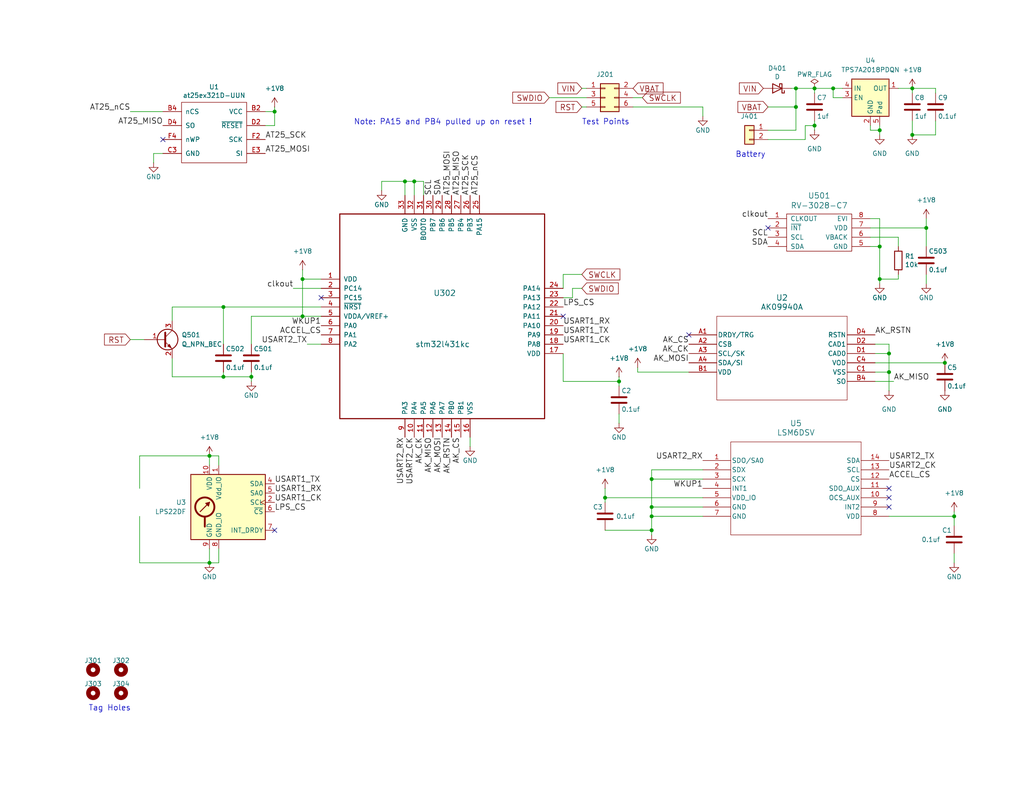
<source format=kicad_sch>
(kicad_sch (version 20231120) (generator "eeschema") (generator_version "8.0")
  (paper "USLetter")
  (title_block (title "IMU Tag") (date "2026-02-11") (company "IUCS") (comment 1 "Geoffrey Brown"))
  (lib_symbols
    (symbol "BitTagNG:RV-3028-C7-AccelTag" (pin_names (offset 1.016))
      (property "Reference" "U" (at 0 7.62 0))
      (property "Value" "RV-3028-C7-AccelTag" (at 1.27 -7.62 0))
      (symbol "RV-3028-C7-AccelTag_0_1"
        (rectangle (start -8.89 5.08) (end 8.89 -5.08))
      )
      (symbol "RV-3028-C7-AccelTag_1_1"
        (pin input line (at -13.97 3.81 0) (length 5.08) (name "CLKOUT") (number "1"))
        (pin input line (at -13.97 1.27 0) (length 5.08) (name "~{INT}") (number "2"))
        (pin input line (at -13.97 -1.27 0) (length 5.08) (name "SCL") (number "3"))
        (pin input line (at -13.97 -3.81 0) (length 5.08) (name "SDA") (number "4"))
        (pin power_out line (at 13.97 -3.81 180) (length 5.08) (name "GND") (number "5"))
        (pin input line (at 13.97 -1.27 180) (length 5.08) (name "VBACK") (number "6"))
        (pin input line (at 13.97 1.27 180) (length 5.08) (name "VDD") (number "7"))
        (pin input line (at 13.97 3.81 180) (length 5.08) (name "EVI") (number "8"))
      )
    )
    (symbol "BitTagNG:at25ex321D-UUN-AccelTag" (pin_names (offset 1.016))
      (property "Reference" "U" (at 0 7.62 0))
      (property "Value" "at25ex321D-UUN-AccelTag" (at -1.27 -12.7 0))
      (symbol "at25ex321D-UUN-AccelTag_0_1"
        (rectangle (start -8.89 -10.16) (end 8.89 6.35))
      )
      (symbol "at25ex321D-UUN-AccelTag_1_1"
        (pin no_connect line (at -12.7 -12.7 0) (length 5.08) hide (name "NC") (number "A1"))
        (pin no_connect line (at 12.7 -12.7 180) (length 5.08) hide (name "NC") (number "A5"))
        (pin power_in line (at 13.97 3.81 180) (length 5.08) (name "VCC") (number "B2"))
        (pin input line (at -13.97 3.81 0) (length 5.08) (name "nCS") (number "B4"))
        (pin input line (at -13.97 -7.62 0) (length 5.08) (name "GND") (number "C3"))
        (pin input line (at 13.97 0 180) (length 5.08) (name "~{RESET}") (number "D2"))
        (pin output line (at -13.97 0 0) (length 5.08) (name "SO") (number "D4"))
        (pin input line (at 13.97 -7.62 180) (length 5.08) (name "SI") (number "E3"))
        (pin input line (at 13.97 -3.81 180) (length 5.08) (name "SCK") (number "F2"))
        (pin input line (at -13.97 -3.81 0) (length 5.08) (name "nWP") (number "F4"))
        (pin no_connect line (at -12.7 -15.24 0) (length 5.08) hide (name "NC") (number "G1"))
        (pin no_connect line (at 12.7 -15.24 180) (length 5.08) hide (name "NC") (number "G5"))
      )
    )
    (symbol "BitTagNG:stm32l432-AccelTag" (pin_names (offset 1.016))
      (property "Reference" "U" (at 36.83 -3.81 0))
      (property "Value" "stm32l432-AccelTag" (at 59.69 -24.13 0))
      (symbol "stm32l432-AccelTag_1_1"
        (rectangle (start 5.08 17.78) (end 60.96 -38.1) (stroke (width 0.3048)))
        (pin power_in line (at 0 0 0) (length 5.08) (name "VDD") (number "1"))
        (pin bidirectional line (at 25.4 -43.18 90) (length 5.08) (name "PA4") (number "10"))
        (pin bidirectional line (at 27.94 -43.18 90) (length 5.08) (name "PA5") (number "11"))
        (pin bidirectional line (at 30.48 -43.18 90) (length 5.08) (name "PA6") (number "12"))
        (pin bidirectional line (at 33.02 -43.18 90) (length 5.08) (name "PA7") (number "13"))
        (pin bidirectional line (at 35.56 -43.18 90) (length 5.08) (name "PB0") (number "14"))
        (pin bidirectional line (at 38.1 -43.18 90) (length 5.08) (name "PB1") (number "15"))
        (pin input line (at 40.64 -43.18 90) (length 5.08) (name "VSS") (number "16"))
        (pin power_in line (at 66.04 -20.32 180) (length 5.08) (name "VDD") (number "17"))
        (pin bidirectional line (at 66.04 -17.78 180) (length 5.08) (name "PA8") (number "18"))
        (pin bidirectional line (at 66.04 -15.24 180) (length 5.08) (name "PA9") (number "19"))
        (pin bidirectional line (at 0 -2.54 0) (length 5.08) (name "PC14") (number "2"))
        (pin bidirectional line (at 66.04 -12.7 180) (length 5.08) (name "PA10") (number "20"))
        (pin bidirectional line (at 66.04 -10.16 180) (length 5.08) (name "PA11") (number "21"))
        (pin bidirectional line (at 66.04 -7.62 180) (length 5.08) (name "PA12") (number "22"))
        (pin bidirectional line (at 66.04 -5.08 180) (length 5.08) (name "PA13") (number "23"))
        (pin bidirectional line (at 66.04 -2.54 180) (length 5.08) (name "PA14") (number "24"))
        (pin bidirectional line (at 43.18 22.86 270) (length 5.08) (name "PA15") (number "25"))
        (pin bidirectional line (at 40.64 22.86 270) (length 5.08) (name "PB3") (number "26"))
        (pin bidirectional line (at 38.1 22.86 270) (length 5.08) (name "PB4") (number "27"))
        (pin bidirectional line (at 35.56 22.86 270) (length 5.08) (name "PB5") (number "28"))
        (pin bidirectional line (at 33.02 22.86 270) (length 5.08) (name "PB6") (number "29"))
        (pin bidirectional line (at 0 -5.08 0) (length 5.08) (name "PC15") (number "3"))
        (pin bidirectional line (at 30.48 22.86 270) (length 5.08) (name "PB7") (number "30"))
        (pin input line (at 27.94 22.86 270) (length 5.08) (name "BOOT0") (number "31"))
        (pin input line (at 25.4 22.86 270) (length 5.08) (name "VSS") (number "32"))
        (pin input line (at 22.86 22.86 270) (length 5.08) (name "GND") (number "33"))
        (pin bidirectional line (at 0 -7.62 0) (length 5.08) (name "~{NRST}") (number "4"))
        (pin power_in line (at 0 -10.16 0) (length 5.08) (name "VDDA/VREF+") (number "5"))
        (pin bidirectional line (at 0 -12.7 0) (length 5.08) (name "PA0") (number "6"))
        (pin bidirectional line (at 0 -15.24 0) (length 5.08) (name "PA1") (number "7"))
        (pin bidirectional line (at 0 -17.78 0) (length 5.08) (name "PA2") (number "8"))
        (pin bidirectional line (at 22.86 -43.18 90) (length 5.08) (name "PA3") (number "9"))
      )
    )
    (symbol "Connector_Generic:Conn_01x02" (pin_names (offset 1.016) hide)
      (property "Reference" "J" (at 0 2.54 0))
      (property "Value" "Conn_01x02" (at 0 -5.08 0))
      (symbol "Conn_01x02_1_1"
        (rectangle (start -1.27 -2.413) (end 0 -2.667) (stroke (width 0.1524)))
        (rectangle (start -1.27 0.127) (end 0 -0.127) (stroke (width 0.1524)))
        (rectangle (start -1.27 1.27) (end 1.27 -3.81) (stroke (width 0.254)) (fill (type background)))
        (pin passive line (at -5.08 0 0) (length 3.81) (name "Pin_1") (number "1"))
        (pin passive line (at -5.08 -2.54 0) (length 3.81) (name "Pin_2") (number "2"))
      )
    )
    (symbol "Connector_Generic:Conn_02x03_Odd_Even" (pin_names (offset 1.016) hide)
      (property "Reference" "J" (at 1.27 5.08 0))
      (property "Value" "Conn_02x03_Odd_Even" (at 1.27 -5.08 0))
      (symbol "Conn_02x03_Odd_Even_1_1"
        (rectangle (start -1.27 -2.413) (end 0 -2.667) (stroke (width 0.1524)))
        (rectangle (start -1.27 0.127) (end 0 -0.127) (stroke (width 0.1524)))
        (rectangle (start -1.27 2.667) (end 0 2.413) (stroke (width 0.1524)))
        (rectangle (start -1.27 3.81) (end 3.81 -3.81) (stroke (width 0.254)) (fill (type background)))
        (rectangle (start 3.81 -2.413) (end 2.54 -2.667) (stroke (width 0.1524)))
        (rectangle (start 3.81 0.127) (end 2.54 -0.127) (stroke (width 0.1524)))
        (rectangle (start 3.81 2.667) (end 2.54 2.413) (stroke (width 0.1524)))
        (pin passive line (at -5.08 2.54 0) (length 3.81) (name "Pin_1") (number "1"))
        (pin passive line (at 7.62 2.54 180) (length 3.81) (name "Pin_2") (number "2"))
        (pin passive line (at -5.08 0 0) (length 3.81) (name "Pin_3") (number "3"))
        (pin passive line (at 7.62 0 180) (length 3.81) (name "Pin_4") (number "4"))
        (pin passive line (at -5.08 -2.54 0) (length 3.81) (name "Pin_5") (number "5"))
        (pin passive line (at 7.62 -2.54 180) (length 3.81) (name "Pin_6") (number "6"))
      )
    )
    (symbol "Device:C" (pin_numbers hide) (pin_names (offset 0.254))
      (property "Reference" "C" (at 0.635 2.54 0))
      (property "Value" "C" (at 0.635 -2.54 0))
      (symbol "C_0_1"
        (polyline (pts (xy -2.032 -0.762) (xy 2.032 -0.762)) (stroke (width 0.508)))
        (polyline (pts (xy -2.032 0.762) (xy 2.032 0.762)) (stroke (width 0.508)))
      )
      (symbol "C_1_1"
        (pin passive line (at 0 3.81 270) (length 2.794) (name "~") (number "1"))
        (pin passive line (at 0 -3.81 90) (length 2.794) (name "~") (number "2"))
      )
    )
    (symbol "Device:D_Schottky" (pin_numbers hide) (pin_names (offset 1.016) hide)
      (property "Reference" "D" (at 0 2.54 0))
      (property "Value" "D_Schottky" (at 0 -2.54 0))
      (symbol "D_Schottky_0_1"
        (polyline (pts (xy 1.27 0) (xy -1.27 0)))
        (polyline (pts (xy 1.27 1.27) (xy 1.27 -1.27) (xy -1.27 0) (xy 1.27 1.27)) (stroke (width 0.254)))
        (polyline (pts (xy -1.905 0.635) (xy -1.905 1.27) (xy -1.27 1.27) (xy -1.27 -1.27) (xy -0.635 -1.27) (xy -0.635 -0.635)) (stroke (width 0.254)))
      )
      (symbol "D_Schottky_1_1"
        (pin passive line (at -3.81 0 0) (length 2.54) (name "K") (number "1"))
        (pin passive line (at 3.81 0 180) (length 2.54) (name "A") (number "2"))
      )
    )
    (symbol "Device:Q_NPN_BEC" (pin_names (offset 0) hide)
      (property "Reference" "Q" (at 5.08 1.27 0))
      (property "Value" "Q_NPN_BEC" (at 5.08 -1.27 0))
      (symbol "Q_NPN_BEC_0_1"
        (polyline (pts (xy 0.635 0.635) (xy 2.54 2.54)))
        (polyline (pts (xy 0.635 -0.635) (xy 2.54 -2.54) (xy 2.54 -2.54)))
        (polyline (pts (xy 0.635 1.905) (xy 0.635 -1.905) (xy 0.635 -1.905)) (stroke (width 0.508)))
        (polyline (pts (xy 1.27 -1.778) (xy 1.778 -1.27) (xy 2.286 -2.286) (xy 1.27 -1.778) (xy 1.27 -1.778)) (fill (type outline)))
        (circle (center 1.27 0) (radius 2.8194) (stroke (width 0.254)))
      )
      (symbol "Q_NPN_BEC_1_1"
        (pin input line (at -5.08 0 0) (length 5.715) (name "B") (number "1"))
        (pin passive line (at 2.54 -5.08 90) (length 2.54) (name "E") (number "2"))
        (pin passive line (at 2.54 5.08 270) (length 2.54) (name "C") (number "3"))
      )
    )
    (symbol "Device:R" (pin_numbers hide) (pin_names (offset 0))
      (property "Reference" "R" (at 2.032 0 90))
      (property "Value" "R" (at 0 0 90))
      (symbol "R_0_1"
        (rectangle (start -1.016 -2.54) (end 1.016 2.54) (stroke (width 0.254)))
      )
      (symbol "R_1_1"
        (pin passive line (at 0 3.81 270) (length 1.27) (name "~") (number "1"))
        (pin passive line (at 0 -3.81 90) (length 1.27) (name "~") (number "2"))
      )
    )
    (symbol "Mechanical:MountingHole" (pin_names (offset 1.016))
      (property "Reference" "H" (at 0 5.08 0))
      (property "Value" "MountingHole" (at 0 3.175 0))
      (symbol "MountingHole_0_1"
        (circle (center 0 0) (radius 1.27) (stroke (width 1.27)))
      )
    )
    (symbol "Regulator_Linear:TPS7A20xxxDQN"
      (property "Reference" "U" (at -3.81 6.35 0))
      (property "Value" "TPS7A20xxxDQN" (at 6.35 6.35 0))
      (symbol "TPS7A20xxxDQN_0_1"
        (rectangle (start -5.08 5.08) (end 5.08 -5.08) (stroke (width 0.254)) (fill (type background)))
        (pin power_out line (at 7.62 2.54 180) (length 2.54) (name "OUT") (number "1"))
        (pin power_in line (at 0 -7.62 90) (length 2.54) (name "GND") (number "2"))
        (pin input line (at -7.62 0 0) (length 2.54) (name "EN") (number "3"))
        (pin power_in line (at -7.62 2.54 0) (length 2.54) (name "IN") (number "4"))
      )
      (symbol "TPS7A20xxxDQN_1_1"
        (pin passive line (at 2.54 -7.62 90) (length 2.54) (name "Pad") (number "5"))
      )
    )
    (symbol "Sensor_Pressure:LPS22DF"
      (property "Reference" "U" (at -11.43 1.27 0))
      (property "Value" "LPS22DF" (at -11.176 -1.27 0))
      (symbol "LPS22DF_0_1"
        (rectangle (start -10.16 10.16) (end 10.16 -7.62) (stroke (width 0.254)) (fill (type background)))
        (circle (center -6.35 1.27) (radius 2.6162) (stroke (width 0.508)))
        (polyline (pts (xy -7.62 0) (xy -5.08 2.54)) (stroke (width 0.254)))
        (polyline (pts (xy -6.35 -1.524) (xy -6.35 -4.064)) (stroke (width 0.508)))
        (polyline (pts (xy -5.08 2.54) (xy -5.334 1.524) (xy -6.096 2.286) (xy -5.08 2.54)) (stroke (width 0.254)) (fill (type outline)))
      )
      (symbol "LPS22DF_1_1"
        (pin power_in line (at -2.54 12.7 270) (length 2.54) (name "Vdd_IO") (number "1"))
        (pin power_in line (at -5.08 12.7 270) (length 2.54) (name "VDD") (number "10"))
        (pin input clock (at 12.7 2.54 180) (length 2.54) (name "SCL") (number "2"))
        (pin passive line (at -5.08 -10.16 90) (length 2.54) hide (name "GND") (number "3"))
        (pin bidirectional line (at 12.7 7.62 180) (length 2.54) (name "SDA") (number "4"))
        (pin input line (at 12.7 5.08 180) (length 2.54) (name "SA0") (number "5"))
        (pin input line (at 12.7 0 180) (length 2.54) (name "~{CS}") (number "6"))
        (pin output line (at 12.7 -5.08 180) (length 2.54) (name "INT_DRDY") (number "7"))
        (pin power_in line (at -2.54 -10.16 90) (length 2.54) (name "GND_IO") (number "8"))
        (pin power_in line (at -5.08 -10.16 90) (length 2.54) (name "GND") (number "9"))
      )
    )
    (symbol "ak09940a:AK09940A" (pin_names (offset 0.254))
      (property "Reference" "U4" (at 25.4 10.16 0))
      (property "Value" "AK09940A" (at 25.4 7.62 0))
      (symbol "AK09940A_0_1"
        (polyline (pts (xy 7.62 -17.78) (xy 43.18 -17.78)) (stroke (width 0.127)))
        (polyline (pts (xy 7.62 5.08) (xy 7.62 -17.78)) (stroke (width 0.127)))
        (polyline (pts (xy 43.18 -17.78) (xy 43.18 5.08)) (stroke (width 0.127)))
        (polyline (pts (xy 43.18 5.08) (xy 7.62 5.08)) (stroke (width 0.127)))
        (pin bidirectional line (at 0 0 0) (length 7.62) (name "DRDY/TRG") (number "A1"))
        (pin input line (at 0 -2.54 0) (length 7.62) (name "CSB") (number "A2"))
        (pin input line (at 0 -5.08 0) (length 7.62) (name "SCL/SK") (number "A3"))
        (pin bidirectional line (at 0 -7.62 0) (length 7.62) (name "SDA/SI") (number "A4"))
        (pin output line (at 50.8 -12.7 180) (length 7.62) (name "SO") (number "B4"))
        (pin power_in line (at 50.8 -7.62 180) (length 7.62) (name "VOD") (number "C4"))
        (pin input line (at 50.8 -5.08 180) (length 7.62) (name "CAD0") (number "D1"))
        (pin input line (at 50.8 -2.54 180) (length 7.62) (name "CAD1") (number "D2"))
        (pin input line (at 50.8 0 180) (length 7.62) (name "RSTN") (number "D4"))
      )
      (symbol "AK09940A_1_1"
        (pin input line (at 0 -10.16 0) (length 7.62) (name "VDD") (number "B1"))
        (pin power_in line (at 50.8 -10.16 180) (length 7.62) (name "VSS") (number "C1"))
      )
    )
    (symbol "lsm6dsv:LSM6DSV" (pin_names (offset 0.254))
      (property "Reference" "U" (at 25.4 10.16 0))
      (property "Value" "LSM6DSV" (at 25.4 7.62 0))
      (symbol "LSM6DSV_0_1"
        (polyline (pts (xy 7.62 -20.32) (xy 43.18 -20.32)) (stroke (width 0.127)))
        (polyline (pts (xy 7.62 5.08) (xy 7.62 -20.32)) (stroke (width 0.127)))
        (polyline (pts (xy 43.18 -20.32) (xy 43.18 5.08)) (stroke (width 0.127)))
        (polyline (pts (xy 43.18 5.08) (xy 7.62 5.08)) (stroke (width 0.127)))
        (pin bidirectional line (at 0 0 0) (length 7.62) (name "SDO/SA0") (number "1"))
        (pin passive line (at 50.8 -10.16 180) (length 7.62) (name "OCS_AUX") (number "10"))
        (pin passive line (at 50.8 -7.62 180) (length 7.62) (name "SDO_AUX") (number "11"))
        (pin input line (at 50.8 -5.08 180) (length 7.62) (name "CS") (number "12"))
        (pin bidirectional line (at 50.8 -2.54 180) (length 7.62) (name "SCL") (number "13"))
        (pin bidirectional line (at 50.8 0 180) (length 7.62) (name "SDA") (number "14"))
        (pin passive line (at 0 -2.54 0) (length 7.62) (name "SDX") (number "2"))
        (pin passive line (at 0 -5.08 0) (length 7.62) (name "SCX") (number "3"))
        (pin bidirectional line (at 0 -7.62 0) (length 7.62) (name "INT1") (number "4"))
        (pin power_in line (at 0 -10.16 0) (length 7.62) (name "VDD_IO") (number "5"))
        (pin power_in line (at 0 -12.7 0) (length 7.62) (name "GND") (number "6"))
        (pin power_in line (at 0 -15.24 0) (length 7.62) (name "GND") (number "7"))
        (pin power_in line (at 50.8 -15.24 180) (length 7.62) (name "VDD") (number "8"))
        (pin bidirectional line (at 50.8 -12.7 180) (length 7.62) (name "INT2") (number "9"))
      )
    )
    (symbol "power:+1V8" (power) (pin_numbers hide) (pin_names (offset 0) hide)
      (property "Value" "+1V8" (at 0 3.556 0))
      (symbol "+1V8_0_1"
        (polyline (pts (xy -0.762 1.27) (xy 0 2.54)))
        (polyline (pts (xy 0 0) (xy 0 2.54)))
        (polyline (pts (xy 0 2.54) (xy 0.762 1.27)))
      )
      (symbol "+1V8_1_1"
        (pin power_in line (at 0 0 90) (length 0) (name "~") (number "1"))
      )
    )
    (symbol "power:GND" (power) (pin_numbers hide) (pin_names (offset 0) hide)
      (property "Value" "GND" (at 0 -3.81 0))
      (symbol "GND_0_1"
        (polyline (pts (xy 0 0) (xy 0 -1.27) (xy 1.27 -1.27) (xy 0 -2.54) (xy -1.27 -1.27) (xy 0 -1.27)))
      )
      (symbol "GND_1_1"
        (pin power_in line (at 0 0 270) (length 0) (name "~") (number "1"))
      )
    )
    (symbol "power:PWR_FLAG" (power) (pin_numbers hide) (pin_names (offset 0) hide)
      (property "Value" "PWR_FLAG" (at 0 3.81 0))
      (symbol "PWR_FLAG_0_0"
        (pin power_out line (at 0 0 90) (length 0) (name "~") (number "1"))
      )
      (symbol "PWR_FLAG_0_1"
        (polyline (pts (xy 0 0) (xy 0 1.27) (xy -1.016 1.905) (xy 0 2.54) (xy 1.016 1.905) (xy 0 1.27)))
      )
    )
  )
  (junction (at 248.92 24.13))
  (junction (at 57.15 124.46))
  (junction (at 60.96 102.87))
  (junction (at 177.8 140.97))
  (junction (at 222.25 24.13))
  (junction (at 165.1 135.89))
  (junction (at 177.8 144.78))
  (junction (at 252.73 62.23))
  (junction (at 248.92 36.83))
  (junction (at 227.33 24.13))
  (junction (at 82.55 86.36))
  (junction (at 110.49 49.53))
  (junction (at 57.15 153.67))
  (junction (at 68.58 102.87))
  (junction (at 177.8 130.81))
  (junction (at 222.25 34.29))
  (junction (at 240.03 35.56))
  (junction (at 60.96 83.82))
  (junction (at 217.17 29.21))
  (junction (at 242.57 101.6))
  (junction (at 257.81 99.06))
  (junction (at 240.03 76.2))
  (junction (at 242.57 96.52))
  (junction (at 113.03 49.53))
  (junction (at 260.35 140.97))
  (junction (at 240.03 67.31))
  (junction (at 217.17 24.13))
  (junction (at 82.55 76.2))
  (junction (at 168.91 104.14))
  (junction (at 177.8 138.43))
  (junction (at 74.93 30.48))
  (no_connect (at 44.45 38.1))
  (no_connect (at 242.57 135.89))
  (no_connect (at 187.96 91.44))
  (no_connect (at 153.67 86.36))
  (no_connect (at 74.93 144.78))
  (no_connect (at 242.57 138.43))
  (no_connect (at 87.63 81.28))
  (no_connect (at 209.55 62.23))
  (no_connect (at 242.57 133.35))
  (wire (pts (xy 209.55 38.1) (xy 219.71 38.1)))
  (wire (pts (xy 177.8 140.97) (xy 177.8 144.78)))
  (wire (pts (xy 242.57 140.97) (xy 260.35 140.97)))
  (wire (pts (xy 237.49 59.69) (xy 240.03 59.69)))
  (wire (pts (xy 153.67 104.14) (xy 168.91 104.14)))
  (wire (pts (xy 68.58 93.98) (xy 68.58 86.36)))
  (wire (pts (xy 38.1 140.97) (xy 38.1 153.67)))
  (wire (pts (xy 191.77 29.21) (xy 191.77 31.75)))
  (wire (pts (xy 57.15 153.67) (xy 59.69 153.67)))
  (wire (pts (xy 238.76 104.14) (xy 243.84 104.14)))
  (wire (pts (xy 104.14 49.53) (xy 110.49 49.53)))
  (wire (pts (xy 242.57 101.6) (xy 242.57 106.68)))
  (wire (pts (xy 158.75 24.13) (xy 160.02 24.13)))
  (wire (pts (xy 177.8 138.43) (xy 177.8 140.97)))
  (wire (pts (xy 128.27 119.38) (xy 128.27 121.92)))
  (wire (pts (xy 227.33 26.67) (xy 227.33 24.13)))
  (wire (pts (xy 222.25 24.13) (xy 227.33 24.13)))
  (wire (pts (xy 227.33 24.13) (xy 229.87 24.13)))
  (wire (pts (xy 260.35 140.97) (xy 260.35 143.51)))
  (wire (pts (xy 104.14 52.07) (xy 104.14 49.53)))
  (wire (pts (xy 255.27 36.83) (xy 248.92 36.83)))
  (wire (pts (xy 46.99 83.82) (xy 60.96 83.82)))
  (wire (pts (xy 248.92 24.13) (xy 248.92 25.4)))
  (wire (pts (xy 57.15 124.46) (xy 57.15 127)))
  (wire (pts (xy 82.55 86.36) (xy 87.63 86.36)))
  (wire (pts (xy 173.99 100.33) (xy 173.99 101.6)))
  (wire (pts (xy 209.55 29.21) (xy 217.17 29.21)))
  (wire (pts (xy 59.69 153.67) (xy 59.69 149.86)))
  (wire (pts (xy 153.67 78.74) (xy 153.67 74.93)))
  (wire (pts (xy 260.35 151.13) (xy 260.35 153.67)))
  (wire (pts (xy 248.92 24.13) (xy 255.27 24.13)))
  (wire (pts (xy 82.55 86.36) (xy 68.58 86.36)))
  (wire (pts (xy 60.96 101.6) (xy 60.96 102.87)))
  (wire (pts (xy 209.55 35.56) (xy 217.17 35.56)))
  (wire (pts (xy 177.8 128.27) (xy 177.8 130.81)))
  (wire (pts (xy 168.91 102.87) (xy 168.91 104.14)))
  (wire (pts (xy 177.8 140.97) (xy 191.77 140.97)))
  (wire (pts (xy 68.58 101.6) (xy 68.58 102.87)))
  (wire (pts (xy 68.58 102.87) (xy 68.58 104.14)))
  (wire (pts (xy 219.71 38.1) (xy 219.71 34.29)))
  (wire (pts (xy 72.39 30.48) (xy 74.93 30.48)))
  (wire (pts (xy 165.1 135.89) (xy 165.1 137.16)))
  (wire (pts (xy 113.03 49.53) (xy 113.03 53.34)))
  (wire (pts (xy 46.99 102.87) (xy 60.96 102.87)))
  (wire (pts (xy 38.1 133.35) (xy 38.1 124.46)))
  (wire (pts (xy 82.55 73.66) (xy 82.55 76.2)))
  (wire (pts (xy 153.67 74.93) (xy 158.75 74.93)))
  (wire (pts (xy 82.55 76.2) (xy 87.63 76.2)))
  (wire (pts (xy 60.96 83.82) (xy 60.96 93.98)))
  (wire (pts (xy 177.8 138.43) (xy 191.77 138.43)))
  (wire (pts (xy 240.03 67.31) (xy 240.03 76.2)))
  (wire (pts (xy 238.76 99.06) (xy 257.81 99.06)))
  (wire (pts (xy 260.35 139.7) (xy 260.35 140.97)))
  (wire (pts (xy 245.11 24.13) (xy 248.92 24.13)))
  (wire (pts (xy 57.15 149.86) (xy 57.15 153.67)))
  (wire (pts (xy 222.25 33.02) (xy 222.25 34.29)))
  (wire (pts (xy 237.49 64.77) (xy 245.11 64.77)))
  (wire (pts (xy 240.03 34.29) (xy 240.03 35.56)))
  (wire (pts (xy 177.8 130.81) (xy 177.8 138.43)))
  (wire (pts (xy 113.03 49.53) (xy 115.57 49.53)))
  (wire (pts (xy 238.76 93.98) (xy 242.57 93.98)))
  (wire (pts (xy 252.73 74.93) (xy 252.73 77.47)))
  (wire (pts (xy 172.72 29.21) (xy 191.77 29.21)))
  (wire (pts (xy 238.76 101.6) (xy 242.57 101.6)))
  (wire (pts (xy 80.01 78.74) (xy 87.63 78.74)))
  (wire (pts (xy 177.8 144.78) (xy 177.8 146.05)))
  (wire (pts (xy 219.71 34.29) (xy 222.25 34.29)))
  (wire (pts (xy 165.1 133.35) (xy 165.1 135.89)))
  (wire (pts (xy 46.99 87.63) (xy 46.99 83.82)))
  (wire (pts (xy 173.99 101.6) (xy 187.96 101.6)))
  (wire (pts (xy 252.73 62.23) (xy 252.73 67.31)))
  (wire (pts (xy 229.87 26.67) (xy 227.33 26.67)))
  (wire (pts (xy 255.27 24.13) (xy 255.27 25.4)))
  (wire (pts (xy 38.1 153.67) (xy 57.15 153.67)))
  (wire (pts (xy 74.93 34.29) (xy 74.93 30.48)))
  (wire (pts (xy 240.03 76.2) (xy 240.03 77.47)))
  (wire (pts (xy 156.21 78.74) (xy 158.75 78.74)))
  (wire (pts (xy 153.67 96.52) (xy 153.67 104.14)))
  (wire (pts (xy 255.27 33.02) (xy 255.27 36.83)))
  (wire (pts (xy 217.17 29.21) (xy 217.17 24.13)))
  (wire (pts (xy 156.21 81.28) (xy 156.21 78.74)))
  (wire (pts (xy 158.75 29.21) (xy 160.02 29.21)))
  (wire (pts (xy 165.1 144.78) (xy 177.8 144.78)))
  (wire (pts (xy 149.86 26.67) (xy 160.02 26.67)))
  (wire (pts (xy 72.39 34.29) (xy 74.93 34.29)))
  (wire (pts (xy 38.1 124.46) (xy 57.15 124.46)))
  (wire (pts (xy 191.77 135.89) (xy 165.1 135.89)))
  (wire (pts (xy 215.9 24.13) (xy 217.17 24.13)))
  (wire (pts (xy 240.03 35.56) (xy 240.03 36.83)))
  (wire (pts (xy 35.56 92.71) (xy 39.37 92.71)))
  (wire (pts (xy 217.17 35.56) (xy 217.17 29.21)))
  (wire (pts (xy 60.96 102.87) (xy 68.58 102.87)))
  (wire (pts (xy 115.57 49.53) (xy 115.57 53.34)))
  (wire (pts (xy 110.49 49.53) (xy 110.49 53.34)))
  (wire (pts (xy 168.91 104.14) (xy 168.91 105.41)))
  (wire (pts (xy 82.55 76.2) (xy 82.55 86.36)))
  (wire (pts (xy 217.17 24.13) (xy 222.25 24.13)))
  (wire (pts (xy 240.03 59.69) (xy 240.03 67.31)))
  (wire (pts (xy 222.25 34.29) (xy 222.25 35.56)))
  (wire (pts (xy 191.77 128.27) (xy 177.8 128.27)))
  (wire (pts (xy 237.49 67.31) (xy 240.03 67.31)))
  (wire (pts (xy 57.15 124.46) (xy 59.69 124.46)))
  (wire (pts (xy 41.91 41.91) (xy 41.91 44.45)))
  (wire (pts (xy 237.49 34.29) (xy 237.49 35.56)))
  (wire (pts (xy 46.99 97.79) (xy 46.99 102.87)))
  (wire (pts (xy 110.49 49.53) (xy 113.03 49.53)))
  (wire (pts (xy 74.93 30.48) (xy 74.93 29.21)))
  (wire (pts (xy 222.25 24.13) (xy 222.25 25.4)))
  (wire (pts (xy 238.76 96.52) (xy 242.57 96.52)))
  (wire (pts (xy 237.49 62.23) (xy 252.73 62.23)))
  (wire (pts (xy 44.45 41.91) (xy 41.91 41.91)))
  (wire (pts (xy 83.82 93.98) (xy 87.63 93.98)))
  (wire (pts (xy 153.67 81.28) (xy 156.21 81.28)))
  (wire (pts (xy 172.72 26.67) (xy 175.26 26.67)))
  (wire (pts (xy 242.57 93.98) (xy 242.57 96.52)))
  (wire (pts (xy 59.69 124.46) (xy 59.69 127)))
  (wire (pts (xy 245.11 64.77) (xy 245.11 67.31)))
  (wire (pts (xy 35.56 30.48) (xy 44.45 30.48)))
  (wire (pts (xy 177.8 130.81) (xy 191.77 130.81)))
  (wire (pts (xy 248.92 33.02) (xy 248.92 36.83)))
  (wire (pts (xy 245.11 74.93) (xy 245.11 76.2)))
  (wire (pts (xy 87.63 83.82) (xy 60.96 83.82)))
  (wire (pts (xy 245.11 76.2) (xy 240.03 76.2)))
  (wire (pts (xy 242.57 96.52) (xy 242.57 101.6)))
  (wire (pts (xy 237.49 35.56) (xy 240.03 35.56)))
  (wire (pts (xy 252.73 59.69) (xy 252.73 62.23)))
  (wire (pts (xy 168.91 113.03) (xy 168.91 115.57)))
  (text "Note: PA15 and PB4 pulled up on reset !" (at 96.52 34.29 0) (effects (font (size 1.524 1.524)) (justify left bottom)))
  (text "Tag Holes" (at 24.13 194.31 0) (effects (font (size 1.524 1.524)) (justify left bottom)))
  (text "Test Points" (at 158.75 34.29 0) (effects (font (size 1.524 1.524)) (justify left bottom)))
  (text "Battery" (at 200.66 43.18 0) (effects (font (size 1.524 1.524)) (justify left bottom)))
  (label "USART1_CK" (at 153.67 93.98 0) (effects (font (size 1.524 1.524))))
  (label "USART1_TX" (at 153.67 91.44 0) (effects (font (size 1.524 1.524))))
  (label "USART2_CK" (at 113.03 119.38 270) (effects (font (size 1.524 1.524))))
  (label "SDA" (at 120.65 53.34 90) (effects (font (size 1.524 1.524))))
  (label "LPS_CS" (at 74.93 139.7 0) (effects (font (size 1.524 1.524))))
  (label "SDA" (at 209.55 67.31 180) (effects (font (size 1.524 1.524))))
  (label "AT25_SCK" (at 72.39 38.1 0) (effects (font (size 1.524 1.524))))
  (label "AK_RSTN" (at 123.19 119.38 270) (effects (font (size 1.524 1.524))))
  (label "USART1_CK" (at 74.93 137.16 0) (effects (font (size 1.524 1.524))))
  (label "clkout" (at 209.55 59.69 180) (effects (font (size 1.524 1.524))))
  (label "USART1_RX" (at 153.67 88.9 0) (effects (font (size 1.524 1.524))))
  (label "WKUP1" (at 87.63 88.9 180) (effects (font (size 1.524 1.524))))
  (label "AK_MISO" (at 118.11 119.38 270) (effects (font (size 1.524 1.524))))
  (label "USART2_RX" (at 191.77 125.73 180) (effects (font (size 1.524 1.524))))
  (label "AK_CS" (at 187.96 93.98 180) (effects (font (size 1.524 1.524))))
  (label "clkout" (at 80.01 78.74 180) (effects (font (size 1.524 1.524))))
  (label "ACCEL_CS" (at 87.63 91.44 180) (effects (font (size 1.524 1.524))))
  (label "WKUP1" (at 191.77 133.35 180) (effects (font (size 1.524 1.524))))
  (label "AT25_MOSI" (at 123.19 53.34 90) (effects (font (size 1.524 1.524))))
  (label "AT25_nCS" (at 35.56 30.48 180) (effects (font (size 1.524 1.524))))
  (label "AT25_MOSI" (at 72.39 41.91 0) (effects (font (size 1.524 1.524))))
  (label "AT25_nCS" (at 130.81 53.34 90) (effects (font (size 1.524 1.524))))
  (label "USART2_CK" (at 242.57 128.27 0) (effects (font (size 1.524 1.524))))
  (label "USART2_TX" (at 83.82 93.98 180) (effects (font (size 1.524 1.524))))
  (label "AK_CK" (at 115.57 119.38 270) (effects (font (size 1.524 1.524))))
  (label "AK_CS" (at 125.73 119.38 270) (effects (font (size 1.524 1.524))))
  (label "AT25_MISO" (at 125.73 53.34 90) (effects (font (size 1.524 1.524))))
  (label "AK_CK" (at 187.96 96.52 180) (effects (font (size 1.524 1.524))))
  (label "USART1_TX" (at 74.93 132.08 0) (effects (font (size 1.524 1.524))))
  (label "ACCEL_CS" (at 242.57 130.81 0) (effects (font (size 1.524 1.524))))
  (label "SCL" (at 118.11 53.34 90) (effects (font (size 1.524 1.524))))
  (label "LPS_CS" (at 153.67 83.82 0) (effects (font (size 1.524 1.524))))
  (label "AT25_SCK" (at 128.27 53.34 90) (effects (font (size 1.524 1.524))))
  (label "AT25_MISO" (at 44.45 34.29 180) (effects (font (size 1.524 1.524))))
  (label "AK_RSTN" (at 238.76 91.44 0) (effects (font (size 1.524 1.524))))
  (label "AK_MOSI" (at 187.96 99.06 180) (effects (font (size 1.524 1.524))))
  (label "SCL" (at 209.55 64.77 180) (effects (font (size 1.524 1.524))))
  (label "USART2_RX" (at 110.49 119.38 270) (effects (font (size 1.524 1.524))))
  (label "AK_MOSI" (at 120.65 119.38 270) (effects (font (size 1.524 1.524))))
  (label "AK_MISO" (at 243.84 104.14 0) (effects (font (size 1.524 1.524))))
  (label "USART1_RX" (at 74.93 134.62 0) (effects (font (size 1.524 1.524))))
  (label "USART2_TX" (at 242.57 125.73 0) (effects (font (size 1.524 1.524))))
  (global_label "SWCLK" (shape input) (at 175.26 26.67 0) (effects (font (size 1.524 1.524))) (property "Intersheetrefs" "${INTERSHEET_REFS}" (effects (hide yes))))
  (global_label "VBAT" (shape input) (at 209.55 29.21 180) (effects (font (size 1.524 1.524))) (property "Intersheetrefs" "${INTERSHEET_REFS}" (effects (hide yes))))
  (global_label "SWDIO" (shape input) (at 158.75 78.74 0) (effects (font (size 1.524 1.524))) (property "Intersheetrefs" "${INTERSHEET_REFS}" (effects (hide yes))))
  (global_label "VBAT" (shape input) (at 172.72 24.13 0) (effects (font (size 1.524 1.524))) (property "Intersheetrefs" "${INTERSHEET_REFS}" (effects (hide yes))))
  (global_label "VIN" (shape input) (at 208.28 24.13 180) (effects (font (size 1.524 1.524))) (property "Intersheetrefs" "${INTERSHEET_REFS}" (effects (hide yes))))
  (global_label "VIN" (shape input) (at 158.75 24.13 180) (effects (font (size 1.524 1.524))) (property "Intersheetrefs" "${INTERSHEET_REFS}" (effects (hide yes))))
  (global_label "SWCLK" (shape input) (at 158.75 74.93 0) (effects (font (size 1.524 1.524))) (property "Intersheetrefs" "${INTERSHEET_REFS}" (effects (hide yes))))
  (global_label "SWDIO" (shape input) (at 149.86 26.67 180) (effects (font (size 1.524 1.524))) (property "Intersheetrefs" "${INTERSHEET_REFS}" (effects (hide yes))))
  (global_label "RST" (shape input) (at 35.56 92.71 180) (effects (font (size 1.524 1.524))) (property "Intersheetrefs" "${INTERSHEET_REFS}" (effects (hide yes))))
  (global_label "RST" (shape input) (at 158.75 29.21 180) (effects (font (size 1.524 1.524))) (property "Intersheetrefs" "${INTERSHEET_REFS}" (effects (hide yes))))
  (symbol (lib_id "BitTagNG:stm32l432-AccelTag") (at 87.63 76.2 0) (unit 1)
    (property "Reference" "U302" (at 124.46 80.01 0) (effects (font (size 1.524 1.524)) (justify right)))
    (property "Value" "stm32l431kc" (at 128.27 93.98 0) (effects (font (size 1.524 1.524)) (justify right)))
    (property "Footprint" "Package_DFN_QFN:QFN-32-1EP_5x5mm_P0.5mm_EP3.45x3.45mm" (effects (hide yes)))
    (property "MFN" "STMicroelectronics" (effects (hide yes)))
    (property "DISTPN" "497-16578-ND" (effects (hide yes)))
    (property "MPN" "STM32L432KCU6" (effects (hide yes)))
    (property "LCSC" "C1337280" (effects (hide yes)))
  )
  (symbol (lib_id "Device:C") (at 60.96 97.79 0) (unit 1)
    (property "Reference" "C502" (at 61.595 95.25 0) (effects (justify left)))
    (property "Value" "0.1uf" (at 61.595 100.33 0) (effects (justify left)))
    (property "Footprint" "Capacitor_SMD:C_0201_0603Metric" (effects (hide yes)))
    (property "MFN" "Murata" (effects (hide yes)))
    (property "MPN" "C181047" (effects (hide yes)))
    (property "DISTPN" "490-10403-1-ND" (effects (hide yes)))
    (property "LCSC" "C181047" (effects (hide yes)))
  )
  (symbol (lib_id "Device:C") (at 68.58 97.79 0) (unit 1)
    (property "Reference" "C501" (at 69.215 95.25 0) (effects (justify left)))
    (property "Value" "0.1uf" (at 69.215 100.33 0) (effects (justify left)))
    (property "Footprint" "Capacitor_SMD:C_0201_0603Metric" (effects (hide yes)))
    (property "MFN" "Murata" (effects (hide yes)))
    (property "MPN" "C181047" (effects (hide yes)))
    (property "DISTPN" "490-10403-1-ND" (effects (hide yes)))
    (property "LCSC" "C181047" (effects (hide yes)))
  )
  (symbol (lib_id "Device:Q_NPN_BEC") (at 44.45 92.71 0) (unit 1)
    (property "Reference" "Q501" (at 49.53 91.44 0) (effects (justify left)))
    (property "Value" "Q_NPN_BEC" (at 49.53 93.98 0) (effects (justify left)))
    (property "Footprint" "Package_TO_SOT_SMD:SOT-883" (effects (hide yes)))
    (property "MFN" "Nexperia" (effects (hide yes)))
    (property "MPN" "BC847AMB,315" (effects (hide yes)))
    (property "DISTPN" "1727-2632-1-ND" (effects (hide yes)))
    (property "LCSC" "C686658" (effects (hide yes)))
  )
  (symbol (lib_id "Device:C") (at 252.73 71.12 0) (unit 1)
    (property "Reference" "C503" (at 253.365 68.58 0) (effects (justify left)))
    (property "Value" "0.1uf" (at 253.365 73.66 0) (effects (justify left)))
    (property "Footprint" "Capacitor_SMD:C_0201_0603Metric" (effects (hide yes)))
    (property "MFN" "Murata" (effects (hide yes)))
    (property "MPN" "C181047" (effects (hide yes)))
    (property "DISTPN" "490-10403-1-ND" (effects (hide yes)))
    (property "LCSC" "C181047" (effects (hide yes)))
  )
  (symbol (lib_id "Mechanical:MountingHole") (at 25.4 182.88 0) (unit 1) (in_bom no)
    (property "Reference" "J301" (at 25.4 180.34 0))
    (property "Value" "Conn_01x01" (effects (hide yes)))
    (property "Footprint" "AccelTag:taghole1.1mm" (effects (hide yes)))
    (property "Populate" "No" (effects (hide yes)))
    (property "Config" "DNF" (effects (hide yes)))
    (property "DNP" "1" (effects (hide yes)))
  )
  (symbol (lib_id "Connector_Generic:Conn_02x03_Odd_Even") (at 165.1 26.67 0) (unit 1) (in_bom no)
    (property "Reference" "J201" (at 165.1 20.32 0))
    (property "Value" "CONN_02X04" (effects (hide yes)))
    (property "Footprint" "AccelTag:tagpoints6" (effects (hide yes)))
    (property "Populate" "No" (effects (hide yes)))
    (property "Config" "DNF" (effects (hide yes)))
    (property "DNP" "1" (effects (hide yes)))
  )
  (symbol (lib_id "power:GND") (at 41.91 44.45 0) (unit 1)
    (property "Reference" "#PWR0102" (effects (hide yes)))
    (property "Value" "GND" (at 41.91 48.26 0))
    (property "Description" "Power symbol creates a global label with name \"GND\" , ground" (effects (hide yes)))
  )
  (symbol (lib_id "power:GND") (at 68.58 104.14 0) (unit 1)
    (property "Reference" "#PWR0109" (effects (hide yes)))
    (property "Value" "GND" (at 68.58 107.95 0))
    (property "Description" "Power symbol creates a global label with name \"GND\" , ground" (effects (hide yes)))
  )
  (symbol (lib_id "power:GND") (at 128.27 121.92 0) (unit 1)
    (property "Reference" "#PWR0103" (effects (hide yes)))
    (property "Value" "GND" (at 128.27 125.73 0))
    (property "Description" "Power symbol creates a global label with name \"GND\" , ground" (effects (hide yes)))
  )
  (symbol (lib_id "power:GND") (at 104.14 52.07 0) (unit 1)
    (property "Reference" "#PWR0110" (effects (hide yes)))
    (property "Value" "GND" (at 104.14 55.88 0))
    (property "Description" "Power symbol creates a global label with name \"GND\" , ground" (effects (hide yes)))
  )
  (symbol (lib_id "Mechanical:MountingHole") (at 33.02 182.88 0) (unit 1) (in_bom no)
    (property "Reference" "J302" (at 33.02 180.34 0))
    (property "Value" "Conn_01x01" (effects (hide yes)))
    (property "Footprint" "AccelTag:taghole1.1mm" (effects (hide yes)))
    (property "Populate" "No" (effects (hide yes)))
    (property "Config" "DNF" (effects (hide yes)))
    (property "DNP" "1" (effects (hide yes)))
  )
  (symbol (lib_id "Mechanical:MountingHole") (at 25.4 189.23 0) (unit 1) (in_bom no)
    (property "Reference" "J303" (at 25.4 186.69 0))
    (property "Value" "Conn_01x01" (effects (hide yes)))
    (property "Footprint" "AccelTag:taghole1.1mm" (effects (hide yes)))
    (property "Populate" "No" (effects (hide yes)))
    (property "Config" "DNF" (effects (hide yes)))
    (property "DNP" "1" (effects (hide yes)))
  )
  (symbol (lib_id "Mechanical:MountingHole") (at 33.02 189.23 0) (unit 1) (in_bom no)
    (property "Reference" "J304" (at 33.02 186.69 0))
    (property "Value" "Conn_01x01" (effects (hide yes)))
    (property "Footprint" "AccelTag:taghole1.1mm" (effects (hide yes)))
    (property "Populate" "No" (effects (hide yes)))
    (property "Config" "DNF" (effects (hide yes)))
    (property "DNP" "1" (effects (hide yes)))
  )
  (symbol (lib_id "power:GND") (at 191.77 31.75 0) (unit 1)
    (property "Reference" "#PWR0111" (effects (hide yes)))
    (property "Value" "GND" (at 191.77 35.56 0))
    (property "Description" "Power symbol creates a global label with name \"GND\" , ground" (effects (hide yes)))
  )
  (symbol (lib_id "power:GND") (at 252.73 77.47 0) (unit 1)
    (property "Reference" "#PWR0113" (effects (hide yes)))
    (property "Value" "GND" (at 252.73 81.28 0))
    (property "Description" "Power symbol creates a global label with name \"GND\" , ground" (effects (hide yes)))
  )
  (symbol (lib_id "power:PWR_FLAG") (at 222.25 24.13 0) (unit 1)
    (property "Reference" "#FLG0102" (effects (hide yes)))
    (property "Value" "PWR_FLAG" (at 222.25 20.32 0))
    (property "Description" "Special symbol for telling ERC where power comes from" (effects (hide yes)))
  )
  (symbol (lib_id "Connector_Generic:Conn_01x02") (at 204.47 35.56 0) (mirror y) (unit 1) (in_bom no)
    (property "Reference" "J401" (at 204.47 31.75 0))
    (property "Value" "CONN_01X02" (effects (hide yes)))
    (property "Footprint" "AccelTag:MS621" (effects (hide yes)))
    (property "Populate" "No" (effects (hide yes)))
    (property "Config" "DNF" (effects (hide yes)))
    (property "DNP" "1" (effects (hide yes)))
  )
  (symbol (lib_id "Device:D_Schottky") (at 212.09 24.13 180) (unit 1)
    (property "Reference" "D401" (at 212.09 18.6436 0))
    (property "Value" "D" (at 212.09 20.955 0))
    (property "Footprint" "Diode_SMD:D_0402_1005Metric" (effects (hide yes)))
    (property "MFN" "COMCHIP" (effects (hide yes)))
    (property "MPN" "CDBQC0130L-HF" (effects (hide yes)))
    (property "DISTPN" "641-1519-1-ND" (effects (hide yes)))
    (property "LCSC" "C2886012" (effects (hide yes)))
  )
  (symbol (lib_id "BitTagNG:RV-3028-C7-AccelTag") (at 223.52 63.5 0) (unit 1)
    (property "Reference" "U501" (at 223.52 53.4162 0) (effects (font (size 1.524 1.524))))
    (property "Value" "RV-3028-C7" (at 223.52 56.1086 0) (effects (font (size 1.524 1.524))))
    (property "Footprint" "AccelTag:RV-8803-C7" (effects (hide yes)))
    (property "DISTPN" "2195-RV-3028-C732.768KHZ1PPM-TA-QACT-ND" (effects (hide yes)))
    (property "MFN" "Micro Crystal" (effects (hide yes)))
    (property "MPN" "RV-3028-C7 32.768KHZ 1PPM-TA-QA" (effects (hide yes)))
    (property "LCSC" "C3019759" (effects (hide yes)))
  )
  (symbol (lib_id "Device:R") (at 245.11 71.12 0) (unit 1)
    (property "Reference" "R1" (at 246.888 69.9516 0) (effects (justify left)))
    (property "Value" "10k" (at 246.888 72.263 0) (effects (justify left)))
    (property "Footprint" "Resistor_SMD:R_0201_0603Metric" (effects (hide yes)))
    (property "DISTPN" "311-10.0KMCT-ND" (effects (hide yes)))
    (property "MFN" "Yaego" (effects (hide yes)))
    (property "MPN" "RC0201FR-0710KL" (effects (hide yes)))
    (property "Macrofab" "MF-RES-0402-10K" (effects (hide yes)))
    (property "LCSC" "C106225" (effects (hide yes)))
  )
  (symbol (lib_id "BitTagNG:at25ex321D-UUN-AccelTag") (at 58.42 34.29 0) (unit 1)
    (property "Reference" "U1" (at 58.42 23.749 0))
    (property "Value" "at25ex321D-UUN" (at 58.42 26.0604 0))
    (property "Footprint" "AccelTag:adesto_wlcsp12" (effects (hide yes)))
    (property "DISTPN" "724-AT25FF321A-UUN-T" (effects (hide yes)))
    (property "MFN" "adesto" (effects (hide yes)))
    (property "MPN" "AT25FF321A-UUN-T" (effects (hide yes)))
    (property "LCSC" "C1858339" (effects (hide yes)))
  )
  (symbol (lib_id "Device:C") (at 260.35 147.32 0) (mirror y) (unit 1)
    (property "Reference" "C1" (at 259.715 144.78 0) (effects (justify left)))
    (property "Value" "0.1uf" (at 256.54 147.32 0) (effects (justify left)))
    (property "Footprint" "Capacitor_SMD:C_0201_0603Metric" (effects (hide yes)))
    (property "MFN" "Murata" (effects (hide yes)))
    (property "DISTPN" "490-10403-1-ND" (effects (hide yes)))
    (property "MPN" "C181047" (effects (hide yes)))
    (property "LCSC" "C181047" (effects (hide yes)))
  )
  (symbol (lib_id "Device:C") (at 168.91 109.22 0) (unit 1)
    (property "Reference" "C2" (at 169.545 106.68 0) (effects (justify left)))
    (property "Value" "0.1uf" (at 169.545 111.76 0) (effects (justify left)))
    (property "Footprint" "Capacitor_SMD:C_0201_0603Metric" (effects (hide yes)))
    (property "MFN" "murata" (effects (hide yes)))
    (property "MPN" "GRM033R60J105MEA2D" (effects (hide yes)))
    (property "DISTPN" "490-7229-2-ND" (effects (hide yes)))
    (property "LCSC" "C76929" (effects (hide yes)))
  )
  (symbol (lib_id "power:GND") (at 168.91 115.57 0) (unit 1)
    (property "Reference" "#PWR0101" (effects (hide yes)))
    (property "Value" "GND" (at 168.91 119.38 0))
    (property "Description" "Power symbol creates a global label with name \"GND\" , ground" (effects (hide yes)))
  )
  (symbol (lib_id "power:+1V8") (at 82.55 73.66 0) (unit 1)
    (property "Reference" "#PWR011" (effects (hide yes)))
    (property "Value" "+1V8" (at 82.55 68.58 0))
    (property "Description" "Power symbol creates a global label with name \"+1V8\"" (effects (hide yes)))
  )
  (symbol (lib_id "power:GND") (at 260.35 153.67 0) (unit 1)
    (property "Reference" "#PWR01" (effects (hide yes)))
    (property "Value" "GND" (at 260.35 157.48 0))
    (property "Description" "Power symbol creates a global label with name \"GND\" , ground" (effects (hide yes)))
  )
  (symbol (lib_id "Device:C") (at 255.27 29.21 0) (unit 1)
    (property "Reference" "C9" (at 255.905 26.67 0) (effects (justify left)))
    (property "Value" "0.1uf" (at 255.905 31.75 0) (effects (justify left)))
    (property "Footprint" "Capacitor_SMD:C_0201_0603Metric" (effects (hide yes)))
    (property "Macrofab" "MF-CAP-0402-0.1uF" (effects (hide yes)))
    (property "MFN" "Murata" (effects (hide yes)))
    (property "MPN" "GRM033C81E104KE14D" (effects (hide yes)))
    (property "DISTPN" "490-10403-1-ND" (effects (hide yes)))
  )
  (symbol (lib_id "Device:C") (at 248.92 29.21 0) (unit 1)
    (property "Reference" "C8" (at 249.555 26.67 0) (effects (justify left)))
    (property "Value" "1uf" (at 249.555 31.75 0) (effects (justify left)))
    (property "Footprint" "Capacitor_SMD:C_0201_0603Metric" (effects (hide yes)))
    (property "MFN" "Murata" (effects (hide yes)))
    (property "MPN" "GRM033R60J105MEA2D" (effects (hide yes)))
    (property "DISTPN" "490-7229-1-ND" (effects (hide yes)))
  )
  (symbol (lib_id "Device:C") (at 257.81 102.87 0) (unit 1)
    (property "Reference" "C5" (at 258.445 100.33 0) (effects (justify left)))
    (property "Value" "0.1uf" (at 258.445 105.41 0) (effects (justify left)))
    (property "Footprint" "Capacitor_SMD:C_0201_0603Metric" (effects (hide yes)))
    (property "Macrofab" "MF-CAP-0402-0.1uF" (effects (hide yes)))
    (property "MFN" "Murata" (effects (hide yes)))
    (property "MPN" "GRM033C81E104KE14D" (effects (hide yes)))
    (property "DISTPN" "490-10403-1-ND" (effects (hide yes)))
  )
  (symbol (lib_id "power:+1V8") (at 257.81 99.06 0) (unit 1)
    (property "Reference" "#PWR015" (effects (hide yes)))
    (property "Value" "+1V8" (at 257.81 93.98 0))
    (property "Description" "Power symbol creates a global label with name \"+1V8\"" (effects (hide yes)))
  )
  (symbol (lib_id "power:GND") (at 257.81 106.68 0) (unit 1)
    (property "Reference" "#PWR03" (effects (hide yes)))
    (property "Value" "GND" (at 257.81 111.76 0))
    (property "Description" "Power symbol creates a global label with name \"GND\" , ground" (effects (hide yes)))
  )
  (symbol (lib_id "power:+1V8") (at 248.92 24.13 0) (unit 1)
    (property "Reference" "#PWR07" (effects (hide yes)))
    (property "Value" "+1V8" (at 248.92 19.05 0))
    (property "Description" "Power symbol creates a global label with name \"+1V8\"" (effects (hide yes)))
  )
  (symbol (lib_id "power:GND") (at 248.92 36.83 0) (unit 1)
    (property "Reference" "#PWR08" (effects (hide yes)))
    (property "Value" "GND" (at 248.92 41.91 0))
    (property "Description" "Power symbol creates a global label with name \"GND\" , ground" (effects (hide yes)))
  )
  (symbol (lib_id "power:+1V8") (at 260.35 139.7 0) (unit 1)
    (property "Reference" "#PWR014" (effects (hide yes)))
    (property "Value" "+1V8" (at 260.35 134.62 0))
    (property "Description" "Power symbol creates a global label with name \"+1V8\"" (effects (hide yes)))
  )
  (symbol (lib_id "power:+1V8") (at 252.73 59.69 0) (unit 1)
    (property "Reference" "#PWR013" (effects (hide yes)))
    (property "Value" "+1V8" (at 252.73 54.61 0))
    (property "Description" "Power symbol creates a global label with name \"+1V8\"" (effects (hide yes)))
  )
  (symbol (lib_id "lsm6dsv:LSM6DSV") (at 191.77 125.73 0) (unit 1)
    (property "Reference" "U5" (at 217.17 115.57 0) (effects (font (size 1.524 1.524))))
    (property "Value" "LSM6DSV" (at 217.17 118.11 0) (effects (font (size 1.524 1.524))))
    (property "Footprint" "LGA14-L_2P59X3P1X0P5_STM" (effects (hide yes)))
    (property "Datasheet" "LSM6DSV" (effects (hide yes)))
  )
  (symbol (lib_id "power:+1V8") (at 57.15 124.46 0) (unit 1)
    (property "Reference" "#PWR018" (effects (hide yes)))
    (property "Value" "+1V8" (at 57.15 119.38 0))
    (property "Description" "Power symbol creates a global label with name \"+1V8\"" (effects (hide yes)))
  )
  (symbol (lib_id "power:+1V8") (at 74.93 29.21 0) (unit 1)
    (property "Reference" "#PWR04" (effects (hide yes)))
    (property "Value" "+1V8" (at 74.93 24.13 0))
    (property "Description" "Power symbol creates a global label with name \"+1V8\"" (effects (hide yes)))
  )
  (symbol (lib_id "Device:C") (at 222.25 29.21 0) (unit 1)
    (property "Reference" "C7" (at 222.885 26.67 0) (effects (justify left)))
    (property "Value" "1uf" (at 222.885 31.75 0) (effects (justify left)))
    (property "Footprint" "Capacitor_SMD:C_0201_0603Metric" (effects (hide yes)))
    (property "MFN" "Murata" (effects (hide yes)))
    (property "MPN" "GRM033R60J105MEA2D" (effects (hide yes)))
    (property "DISTPN" "490-7229-1-ND" (effects (hide yes)))
  )
  (symbol (lib_id "power:GND") (at 242.57 106.68 0) (unit 1)
    (property "Reference" "#PWR09" (effects (hide yes)))
    (property "Value" "GND" (at 242.57 111.76 0))
    (property "Description" "Power symbol creates a global label with name \"GND\" , ground" (effects (hide yes)))
  )
  (symbol (lib_id "power:+1V8") (at 165.1 133.35 0) (unit 1)
    (property "Reference" "#PWR016" (effects (hide yes)))
    (property "Value" "+1V8" (at 165.1 128.27 0))
    (property "Description" "Power symbol creates a global label with name \"+1V8\"" (effects (hide yes)))
  )
  (symbol (lib_id "power:GND") (at 177.8 146.05 0) (unit 1)
    (property "Reference" "#PWR02" (effects (hide yes)))
    (property "Value" "GND" (at 177.8 149.86 0))
    (property "Description" "Power symbol creates a global label with name \"GND\" , ground" (effects (hide yes)))
  )
  (symbol (lib_id "Regulator_Linear:TPS7A20xxxDQN") (at 237.49 26.67 0) (unit 1)
    (property "Reference" "U4" (at 237.49 16.51 0))
    (property "Value" "TPS7A2018PDQN" (at 237.49 19.05 0))
    (property "Footprint" "Package_SON:Texas_X2SON-4_1x1mm_P0.65mm" (effects (hide yes)))
    (property "Datasheet" "https://www.ti.com/lit/ds/symlink/tps7a20.pdf" (effects (hide yes)))
    (property "Description" "300 mA Low Dropout Voltage Regulator, Fixed Output, 1.6..6.0Vin, Low-Noise (7μV RMS), 6.5μA IQ LDO, X2SON-5" (effects (hide yes)))
    (property "MFN" "Texas Instruments" (effects (hide yes)))
    (property "MPN" "TPS7A2018PDQNR" (effects (hide yes)))
    (property "DISTPN" "296-TPS7A2018PDQNRCT-ND" (effects (hide yes)))
  )
  (symbol (lib_id "power:GND") (at 222.25 35.56 0) (unit 1)
    (property "Reference" "#PWR05" (effects (hide yes)))
    (property "Value" "GND" (at 222.25 40.64 0))
    (property "Description" "Power symbol creates a global label with name \"GND\" , ground" (effects (hide yes)))
  )
  (symbol (lib_id "power:GND") (at 240.03 36.83 0) (unit 1)
    (property "Reference" "#PWR06" (effects (hide yes)))
    (property "Value" "GND" (at 240.03 41.91 0))
    (property "Description" "Power symbol creates a global label with name \"GND\" , ground" (effects (hide yes)))
  )
  (symbol (lib_id "power:GND") (at 240.03 77.47 0) (unit 1)
    (property "Reference" "#PWR0112" (effects (hide yes)))
    (property "Value" "GND" (at 240.03 81.28 0))
    (property "Description" "Power symbol creates a global label with name \"GND\" , ground" (effects (hide yes)))
  )
  (symbol (lib_id "power:GND") (at 57.15 153.67 0) (unit 1)
    (property "Reference" "#PWR017" (effects (hide yes)))
    (property "Value" "GND" (at 57.15 157.48 0))
    (property "Description" "Power symbol creates a global label with name \"GND\" , ground" (effects (hide yes)))
  )
  (symbol (lib_id "power:+1V8") (at 168.91 102.87 0) (unit 1)
    (property "Reference" "#PWR012" (effects (hide yes)))
    (property "Value" "+1V8" (at 168.91 97.79 0))
    (property "Description" "Power symbol creates a global label with name \"+1V8\"" (effects (hide yes)))
  )
  (symbol (lib_id "Device:C") (at 165.1 140.97 0) (mirror y) (unit 1)
    (property "Reference" "C3" (at 164.465 138.43 0) (effects (justify left)))
    (property "Value" "0.1uf" (at 173.228 140.97 0) (effects (justify left)))
    (property "Footprint" "Capacitor_SMD:C_0201_0603Metric" (effects (hide yes)))
    (property "MFN" "Murata" (effects (hide yes)))
    (property "DISTPN" "490-10403-1-ND" (effects (hide yes)))
    (property "MPN" "C181047" (effects (hide yes)))
    (property "LCSC" "C181047" (effects (hide yes)))
  )
  (symbol (lib_id "power:+1V8") (at 173.99 100.33 0) (unit 1)
    (property "Reference" "#PWR010" (effects (hide yes)))
    (property "Value" "+1V8" (at 173.99 95.25 0))
    (property "Description" "Power symbol creates a global label with name \"+1V8\"" (effects (hide yes)))
  )
  (symbol (lib_id "ak09940a:AK09940A") (at 187.96 91.44 0) (unit 1)
    (property "Reference" "U2" (at 213.36 81.28 0) (effects (font (size 1.524 1.524))))
    (property "Value" "AK09940A" (at 213.36 83.82 0) (effects (font (size 1.524 1.524))))
    (property "Footprint" "AccelTag:AK09940a" (effects (hide yes)))
    (property "Datasheet" "AK09940A" (effects (hide yes)))
    (property "MFN" "Asahi Kasei" (effects (hide yes)))
    (property "MPN" "AK09940A" (effects (hide yes)))
    (property "DISTPN" "974-AK09940ACT-ND" (effects (hide yes)))
  )
  (symbol (lib_id "Sensor_Pressure:LPS22DF") (at 62.23 139.7 0) (unit 1)
    (property "Reference" "U3" (at 50.8 137.1599 0) (effects (justify right)))
    (property "Value" "LPS22DF" (at 50.8 139.6999 0) (effects (justify right)))
    (property "Footprint" "Package_LGA:ST_HLGA-10_2x2mm_P0.5mm_LayoutBorder3x2y" (effects (hide yes)))
    (property "Datasheet" "https://www.st.com/resource/en/datasheet/lps22df.pdf" (effects (hide yes)))
    (property "Description" "MEMS absolute pressure sensor, 260-1260 hPa, 1-200Hz ODR, 24bit, I2C/I3C/SPI interface, 2x2mm ST_HLGA-10L" (effects (hide yes)))
  )
)
</source>
